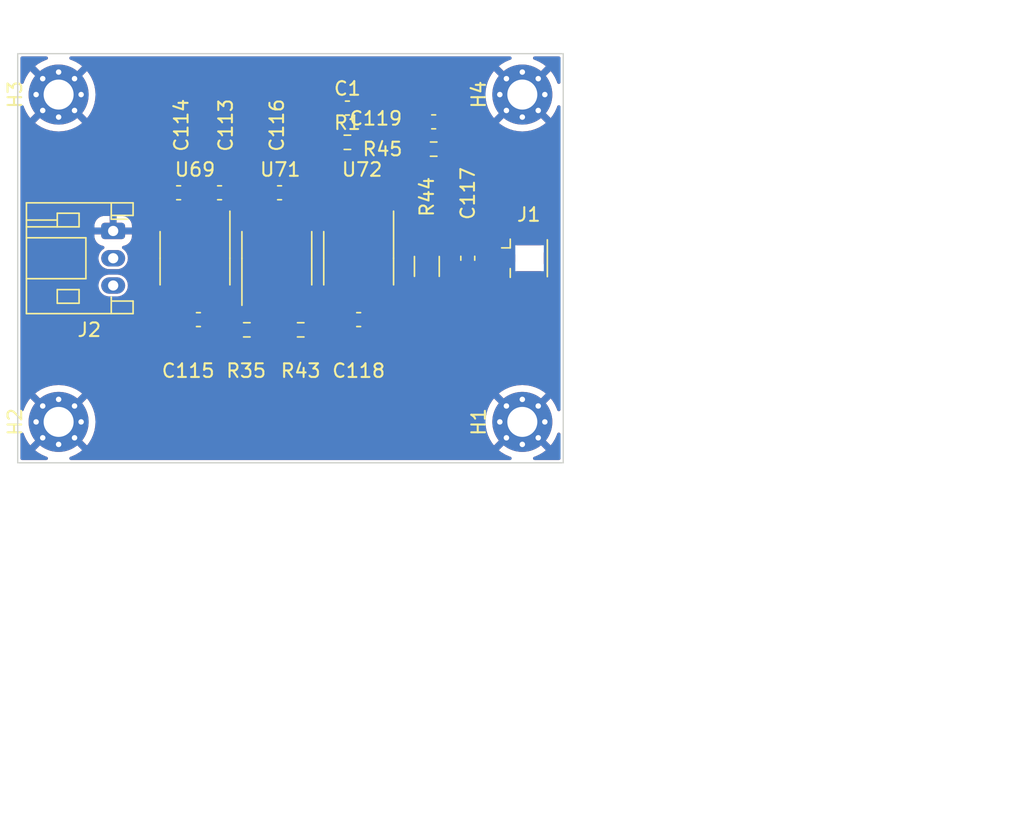
<source format=kicad_pcb>
(kicad_pcb (version 20221018) (generator pcbnew)
  (layers (0 "F.Cu" signal) (31 "B.Cu" signal) (34 "B.Paste" user) (35 "F.Paste" user) (36 "B.SilkS" user "B.Silkscreen") (37 "F.SilkS" user "F.Silkscreen") (38 "B.Mask" user) (39 "F.Mask" user) (44 "Edge.Cuts" user))
  (net 0 "")
  (net 1 "/GND")
  (net 2 "/REFGND_0.5V")
  (net 3 "Net-(U69-NR)")
  (net 4 "/IN-")
  (net 5 "/AMPO")
  (net 6 "/OUT")
  (net 7 "/ISRC_+IN_0.5V")
  (net 8 "/REF_10.5V")
  (net 17 "12V")
  (net 18 "5V")
  (net 19 "Net-(C119-Pad2)")
  (footprint "Resistor_SMD:R_0603_1608Metric" (layer "F.Cu") (at 186.8 100.25 180)
    (fp_text reference "R35" (at 0.05 -3) (layer "F.SilkS"))
    (fp_text value "10M")
    (fp_line (start -0.237258 -0.5225) (end 0.237258 -0.5225) (stroke (width 0.12)) (layer "F.SilkS"))
    (fp_line (start -0.237258 0.5225) (end 0.237258 0.5225) (stroke (width 0.12)) (layer "F.SilkS"))
    (pad "1" smd roundrect (at -0.825 0 180) (size 0.8 0.95) (layers "F.Cu" "F.Paste" "F.Mask") (net 7 "/ISRC_+IN_0.5V"))
    (pad "2" smd roundrect (at 0.825 0 180) (size 0.8 0.95) (layers "F.Cu" "F.Paste" "F.Mask") (net 8 "/REF_10.5V"))
  )
  (footprint "Package_SO:SOIC-8_3.9x4.9mm_P1.27mm" (layer "F.Cu") (at 189 95 90)
    (fp_text reference "U71" (at 6.5 0.25 180) (layer "F.SilkS"))
    (fp_text value "OPA277UA")
    (fp_line (start 0 -2.56) (end -3.45 -2.56) (stroke (width 0.12)) (layer "F.SilkS"))
    (fp_line (start 0 -2.56) (end 1.95 -2.56) (stroke (width 0.12)) (layer "F.SilkS"))
    (fp_line (start 0 2.56) (end -1.95 2.56) (stroke (width 0.12)) (layer "F.SilkS"))
    (fp_line (start 0 2.56) (end 1.95 2.56) (stroke (width 0.12)) (layer "F.SilkS"))
    (pad "1" smd roundrect (at -2.475 -1.905 90) (size 1.95 0.6) (layers "F.Cu" "F.Paste" "F.Mask"))
    (pad "2" smd roundrect (at -2.475 -0.635 90) (size 1.95 0.6) (layers "F.Cu" "F.Paste" "F.Mask") (net 2 "/REFGND_0.5V"))
    (pad "3" smd roundrect (at -2.475 0.635 90) (size 1.95 0.6) (layers "F.Cu" "F.Paste" "F.Mask") (net 7 "/ISRC_+IN_0.5V"))
    (pad "4" smd roundrect (at -2.475 1.905 90) (size 1.95 0.6) (layers "F.Cu" "F.Paste" "F.Mask") (net 1 "/GND"))
    (pad "5" smd roundrect (at 2.475 1.905 90) (size 1.95 0.6) (layers "F.Cu" "F.Paste" "F.Mask"))
    (pad "6" smd roundrect (at 2.475 0.635 90) (size 1.95 0.6) (layers "F.Cu" "F.Paste" "F.Mask") (net 2 "/REFGND_0.5V"))
    (pad "7" smd roundrect (at 2.475 -0.635 90) (size 1.95 0.6) (layers "F.Cu" "F.Paste" "F.Mask") (net 18 "5V"))
    (pad "8" smd roundrect (at 2.475 -1.905 90) (size 1.95 0.6) (layers "F.Cu" "F.Paste" "F.Mask"))
  )
  (footprint "MountingHole:MountingHole_2.2mm_M2_Pad_Via" (layer "F.Cu") (at 207 83 90)
    (fp_text reference "H4" (at 0 -3.2 90) (layer "F.SilkS"))
    (fp_text value "MountingHole_Pad")
    (pad "1" thru_hole circle (at -1.65 0 90) (size 0.7 0.7) (drill 0.4) (layers "*.Cu" "*.Mask") (net 1 "/GND"))
    (pad "1" thru_hole circle (at -1.166726 -1.166726 90) (size 0.7 0.7) (drill 0.4) (layers "*.Cu" "*.Mask") (net 1 "/GND"))
    (pad "1" thru_hole circle (at -1.166726 1.166726 90) (size 0.7 0.7) (drill 0.4) (layers "*.Cu" "*.Mask") (net 1 "/GND"))
    (pad "1" thru_hole circle (at 0 -1.65 90) (size 0.7 0.7) (drill 0.4) (layers "*.Cu" "*.Mask") (net 1 "/GND"))
    (pad "1" thru_hole circle (at 0 0 90) (size 4.4 4.4) (drill 2.2) (layers "*.Cu" "*.Mask") (net 1 "/GND"))
    (pad "1" thru_hole circle (at 0 1.65 90) (size 0.7 0.7) (drill 0.4) (layers "*.Cu" "*.Mask") (net 1 "/GND"))
    (pad "1" thru_hole circle (at 1.166726 -1.166726 90) (size 0.7 0.7) (drill 0.4) (layers "*.Cu" "*.Mask") (net 1 "/GND"))
    (pad "1" thru_hole circle (at 1.166726 1.166726 90) (size 0.7 0.7) (drill 0.4) (layers "*.Cu" "*.Mask") (net 1 "/GND"))
    (pad "1" thru_hole circle (at 1.65 0 90) (size 0.7 0.7) (drill 0.4) (layers "*.Cu" "*.Mask") (net 1 "/GND"))
  )
  (footprint "Resistor_SMD:R_0603_1608Metric" (layer "F.Cu") (at 200.5 87)
    (fp_text reference "R45" (at -3.75 0) (layer "F.SilkS"))
    (fp_text value "2K")
    (fp_line (start -0.237258 -0.5225) (end 0.237258 -0.5225) (stroke (width 0.12)) (layer "F.SilkS"))
    (fp_line (start -0.237258 0.5225) (end 0.237258 0.5225) (stroke (width 0.12)) (layer "F.SilkS"))
    (pad "1" smd roundrect (at -0.825 0) (size 0.8 0.95) (layers "F.Cu" "F.Paste" "F.Mask") (net 19 "Net-(C119-Pad2)"))
    (pad "2" smd roundrect (at 0.825 0) (size 0.8 0.95) (layers "F.Cu" "F.Paste" "F.Mask") (net 5 "/AMPO"))
  )
  (footprint "Capacitor_SMD:C_0603_1608Metric" (layer "F.Cu") (at 195 99.5 180)
    (fp_text reference "C118" (at 0 -3.75) (layer "F.SilkS"))
    (fp_text value "1µF")
    (fp_line (start -0.14058 -0.51) (end 0.14058 -0.51) (stroke (width 0.12)) (layer "F.SilkS"))
    (fp_line (start -0.14058 0.51) (end 0.14058 0.51) (stroke (width 0.12)) (layer "F.SilkS"))
    (pad "1" smd roundrect (at -0.775 0 180) (size 0.9 0.95) (layers "F.Cu" "F.Paste" "F.Mask") (net 1 "/GND"))
    (pad "2" smd roundrect (at 0.775 0 180) (size 0.9 0.95) (layers "F.Cu" "F.Paste" "F.Mask") (net 18 "5V"))
  )
  (footprint "Capacitor_SMD:C_0603_1608Metric" (layer "F.Cu") (at 184.8 90.2 180)
    (fp_text reference "C113" (at -0.45 4.95 90) (layer "F.SilkS"))
    (fp_text value "1uF")
    (fp_line (start -0.14058 -0.51) (end 0.14058 -0.51) (stroke (width 0.12)) (layer "F.SilkS"))
    (fp_line (start -0.14058 0.51) (end 0.14058 0.51) (stroke (width 0.12)) (layer "F.SilkS"))
    (pad "1" smd roundrect (at -0.775 0 180) (size 0.9 0.95) (layers "F.Cu" "F.Paste" "F.Mask") (net 1 "/GND"))
    (pad "2" smd roundrect (at 0.775 0 180) (size 0.9 0.95) (layers "F.Cu" "F.Paste" "F.Mask") (net 17 "12V"))
  )
  (footprint "Capacitor_SMD:C_0603_1608Metric" (layer "F.Cu") (at 183.25 99.5)
    (fp_text reference "C115" (at -0.75 3.75) (layer "F.SilkS"))
    (fp_text value "1uF")
    (fp_line (start -0.14058 -0.51) (end 0.14058 -0.51) (stroke (width 0.12)) (layer "F.SilkS"))
    (fp_line (start -0.14058 0.51) (end 0.14058 0.51) (stroke (width 0.12)) (layer "F.SilkS"))
    (pad "1" smd roundrect (at -0.775 0) (size 0.9 0.95) (layers "F.Cu" "F.Paste" "F.Mask") (net 1 "/GND"))
    (pad "2" smd roundrect (at 0.775 0) (size 0.9 0.95) (layers "F.Cu" "F.Paste" "F.Mask") (net 3 "Net-(U69-NR)"))
  )
  (footprint "Capacitor_SMD:C_0603_1608Metric" (layer "F.Cu") (at 200.5 85 180)
    (fp_text reference "C119" (at 4.25 0.25) (layer "F.SilkS"))
    (fp_text value "3.3uF")
    (fp_line (start -0.14058 -0.51) (end 0.14058 -0.51) (stroke (width 0.12)) (layer "F.SilkS"))
    (fp_line (start -0.14058 0.51) (end 0.14058 0.51) (stroke (width 0.12)) (layer "F.SilkS"))
    (pad "1" smd roundrect (at -0.775 0 180) (size 0.9 0.95) (layers "F.Cu" "F.Paste" "F.Mask") (net 1 "/GND"))
    (pad "2" smd roundrect (at 0.775 0 180) (size 0.9 0.95) (layers "F.Cu" "F.Paste" "F.Mask") (net 19 "Net-(C119-Pad2)"))
  )
  (footprint "Capacitor_SMD:C_0603_1608Metric" (layer "F.Cu") (at 181.8 90.2)
    (fp_text reference "C114" (at 0.2 -4.95 90) (layer "F.SilkS"))
    (fp_text value "1uF")
    (fp_line (start -0.14058 -0.51) (end 0.14058 -0.51) (stroke (width 0.12)) (layer "F.SilkS"))
    (fp_line (start -0.14058 0.51) (end 0.14058 0.51) (stroke (width 0.12)) (layer "F.SilkS"))
    (pad "1" smd roundrect (at -0.775 0) (size 0.9 0.95) (layers "F.Cu" "F.Paste" "F.Mask") (net 2 "/REFGND_0.5V"))
    (pad "2" smd roundrect (at 0.775 0) (size 0.9 0.95) (layers "F.Cu" "F.Paste" "F.Mask") (net 17 "12V"))
  )
  (footprint "Resistor_SMD:R_0603_1608Metric" (layer "F.Cu") (at 194.175 86.5)
    (fp_text reference "R1" (at 0 -1.43) (layer "F.SilkS"))
    (fp_text value "2K")
    (fp_line (start -0.237258 -0.5225) (end 0.237258 -0.5225) (stroke (width 0.12)) (layer "F.SilkS"))
    (fp_line (start -0.237258 0.5225) (end 0.237258 0.5225) (stroke (width 0.12)) (layer "F.SilkS"))
    (pad "1" smd roundrect (at -0.825 0) (size 0.8 0.95) (layers "F.Cu" "F.Paste" "F.Mask") (net 6 "/OUT"))
    (pad "2" smd roundrect (at 0.825 0) (size 0.8 0.95) (layers "F.Cu" "F.Paste" "F.Mask") (net 19 "Net-(C119-Pad2)"))
  )
  (footprint "MountingHole:MountingHole_2.2mm_M2_Pad_Via" (layer "F.Cu") (at 207 107 90)
    (fp_text reference "H1" (at 0 -3.2 90) (layer "F.SilkS"))
    (fp_text value "MountingHole_Pad")
    (pad "1" thru_hole circle (at -1.65 0 90) (size 0.7 0.7) (drill 0.4) (layers "*.Cu" "*.Mask") (net 1 "/GND"))
    (pad "1" thru_hole circle (at -1.166726 -1.166726 90) (size 0.7 0.7) (drill 0.4) (layers "*.Cu" "*.Mask") (net 1 "/GND"))
    (pad "1" thru_hole circle (at -1.166726 1.166726 90) (size 0.7 0.7) (drill 0.4) (layers "*.Cu" "*.Mask") (net 1 "/GND"))
    (pad "1" thru_hole circle (at 0 -1.65 90) (size 0.7 0.7) (drill 0.4) (layers "*.Cu" "*.Mask") (net 1 "/GND"))
    (pad "1" thru_hole circle (at 0 0 90) (size 4.4 4.4) (drill 2.2) (layers "*.Cu" "*.Mask") (net 1 "/GND"))
    (pad "1" thru_hole circle (at 0 1.65 90) (size 0.7 0.7) (drill 0.4) (layers "*.Cu" "*.Mask") (net 1 "/GND"))
    (pad "1" thru_hole circle (at 1.166726 -1.166726 90) (size 0.7 0.7) (drill 0.4) (layers "*.Cu" "*.Mask") (net 1 "/GND"))
    (pad "1" thru_hole circle (at 1.166726 1.166726 90) (size 0.7 0.7) (drill 0.4) (layers "*.Cu" "*.Mask") (net 1 "/GND"))
    (pad "1" thru_hole circle (at 1.65 0 90) (size 0.7 0.7) (drill 0.4) (layers "*.Cu" "*.Mask") (net 1 "/GND"))
  )
  (footprint "Capacitor_SMD:C_0603_1608Metric" (layer "F.Cu") (at 194.175 83.99)
    (fp_text reference "C1" (at 0 -1.43) (layer "F.SilkS"))
    (fp_text value "3.3uF")
    (fp_line (start -0.14058 -0.51) (end 0.14058 -0.51) (stroke (width 0.12)) (layer "F.SilkS"))
    (fp_line (start -0.14058 0.51) (end 0.14058 0.51) (stroke (width 0.12)) (layer "F.SilkS"))
    (pad "1" smd roundrect (at -0.775 0) (size 0.9 0.95) (layers "F.Cu" "F.Paste" "F.Mask") (net 1 "/GND"))
    (pad "2" smd roundrect (at 0.775 0) (size 0.9 0.95) (layers "F.Cu" "F.Paste" "F.Mask") (net 6 "/OUT"))
  )
  (footprint "MountingHole:MountingHole_2.2mm_M2_Pad_Via" (layer "F.Cu") (at 173 107 90)
    (fp_text reference "H2" (at 0 -3.2 90) (layer "F.SilkS"))
    (fp_text value "MountingHole_Pad")
    (pad "1" thru_hole circle (at -1.65 0 90) (size 0.7 0.7) (drill 0.4) (layers "*.Cu" "*.Mask") (net 1 "/GND"))
    (pad "1" thru_hole circle (at -1.166726 -1.166726 90) (size 0.7 0.7) (drill 0.4) (layers "*.Cu" "*.Mask") (net 1 "/GND"))
    (pad "1" thru_hole circle (at -1.166726 1.166726 90) (size 0.7 0.7) (drill 0.4) (layers "*.Cu" "*.Mask") (net 1 "/GND"))
    (pad "1" thru_hole circle (at 0 -1.65 90) (size 0.7 0.7) (drill 0.4) (layers "*.Cu" "*.Mask") (net 1 "/GND"))
    (pad "1" thru_hole circle (at 0 0 90) (size 4.4 4.4) (drill 2.2) (layers "*.Cu" "*.Mask") (net 1 "/GND"))
    (pad "1" thru_hole circle (at 0 1.65 90) (size 0.7 0.7) (drill 0.4) (layers "*.Cu" "*.Mask") (net 1 "/GND"))
    (pad "1" thru_hole circle (at 1.166726 -1.166726 90) (size 0.7 0.7) (drill 0.4) (layers "*.Cu" "*.Mask") (net 1 "/GND"))
    (pad "1" thru_hole circle (at 1.166726 1.166726 90) (size 0.7 0.7) (drill 0.4) (layers "*.Cu" "*.Mask") (net 1 "/GND"))
    (pad "1" thru_hole circle (at 1.65 0 90) (size 0.7 0.7) (drill 0.4) (layers "*.Cu" "*.Mask") (net 1 "/GND"))
  )
  (footprint "MountingHole:MountingHole_2.2mm_M2_Pad_Via" (layer "F.Cu") (at 173 83 90)
    (fp_text reference "H3" (at 0 -3.2 90) (layer "F.SilkS"))
    (fp_text value "MountingHole_Pad")
    (pad "1" thru_hole circle (at -1.65 0 90) (size 0.7 0.7) (drill 0.4) (layers "*.Cu" "*.Mask") (net 1 "/GND"))
    (pad "1" thru_hole circle (at -1.166726 -1.166726 90) (size 0.7 0.7) (drill 0.4) (layers "*.Cu" "*.Mask") (net 1 "/GND"))
    (pad "1" thru_hole circle (at -1.166726 1.166726 90) (size 0.7 0.7) (drill 0.4) (layers "*.Cu" "*.Mask") (net 1 "/GND"))
    (pad "1" thru_hole circle (at 0 -1.65 90) (size 0.7 0.7) (drill 0.4) (layers "*.Cu" "*.Mask") (net 1 "/GND"))
    (pad "1" thru_hole circle (at 0 0 90) (size 4.4 4.4) (drill 2.2) (layers "*.Cu" "*.Mask") (net 1 "/GND"))
    (pad "1" thru_hole circle (at 0 1.65 90) (size 0.7 0.7) (drill 0.4) (layers "*.Cu" "*.Mask") (net 1 "/GND"))
    (pad "1" thru_hole circle (at 1.166726 -1.166726 90) (size 0.7 0.7) (drill 0.4) (layers "*.Cu" "*.Mask") (net 1 "/GND"))
    (pad "1" thru_hole circle (at 1.166726 1.166726 90) (size 0.7 0.7) (drill 0.4) (layers "*.Cu" "*.Mask") (net 1 "/GND"))
    (pad "1" thru_hole circle (at 1.65 0 90) (size 0.7 0.7) (drill 0.4) (layers "*.Cu" "*.Mask") (net 1 "/GND"))
  )
  (footprint "Resistor_SMD:R_0603_1608Metric" (layer "F.Cu") (at 190.75 100.25 180)
    (fp_text reference "R43" (at 0 -3) (layer "F.SilkS"))
    (fp_text value "500K")
    (fp_line (start -0.237258 -0.5225) (end 0.237258 -0.5225) (stroke (width 0.12)) (layer "F.SilkS"))
    (fp_line (start -0.237258 0.5225) (end 0.237258 0.5225) (stroke (width 0.12)) (layer "F.SilkS"))
    (pad "1" smd roundrect (at -0.825 0 180) (size 0.8 0.95) (layers "F.Cu" "F.Paste" "F.Mask") (net 4 "/IN-"))
    (pad "2" smd roundrect (at 0.825 0 180) (size 0.8 0.95) (layers "F.Cu" "F.Paste" "F.Mask") (net 7 "/ISRC_+IN_0.5V"))
  )
  (footprint "Resistor_SMD:R_1206_3216Metric" (layer "F.Cu") (at 200 95.6 90)
    (fp_text reference "R44" (at 5.1 0 90) (layer "F.SilkS"))
    (fp_text value "R")
    (fp_line (start -0.727064 -0.91) (end 0.727064 -0.91) (stroke (width 0.12)) (layer "F.SilkS"))
    (fp_line (start -0.727064 0.91) (end 0.727064 0.91) (stroke (width 0.12)) (layer "F.SilkS"))
    (pad "1" smd roundrect (at -1.4625 0 90) (size 1.125 1.75) (layers "F.Cu" "F.Paste" "F.Mask") (roundrect_rratio 0.222222) (net 4 "/IN-"))
    (pad "2" smd roundrect (at 1.4625 0 90) (size 1.125 1.75) (layers "F.Cu" "F.Paste" "F.Mask") (roundrect_rratio 0.222222) (net 5 "/AMPO"))
  )
  (footprint "Package_SO:SOIC-8_3.9x4.9mm_P1.27mm" (layer "F.Cu") (at 183 95 -90)
    (fp_text reference "U69" (at -6.5 0 -180) (layer "F.SilkS"))
    (fp_text value "REF102CU")
    (fp_line (start 0 -2.56) (end -3.45 -2.56) (stroke (width 0.12)) (layer "F.SilkS"))
    (fp_line (start 0 -2.56) (end 1.95 -2.56) (stroke (width 0.12)) (layer "F.SilkS"))
    (fp_line (start 0 2.56) (end -1.95 2.56) (stroke (width 0.12)) (layer "F.SilkS"))
    (fp_line (start 0 2.56) (end 1.95 2.56) (stroke (width 0.12)) (layer "F.SilkS"))
    (pad "1" smd roundrect (at -2.475 -1.905 270) (size 1.95 0.6) (layers "F.Cu" "F.Paste" "F.Mask"))
    (pad "2" smd roundrect (at -2.475 -0.635 270) (size 1.95 0.6) (layers "F.Cu" "F.Paste" "F.Mask") (net 17 "12V"))
    (pad "3" smd roundrect (at -2.475 0.635 270) (size 1.95 0.6) (layers "F.Cu" "F.Paste" "F.Mask"))
    (pad "4" smd roundrect (at -2.475 1.905 270) (size 1.95 0.6) (layers "F.Cu" "F.Paste" "F.Mask") (net 2 "/REFGND_0.5V"))
    (pad "5" smd roundrect (at 2.475 1.905 270) (size 1.95 0.6) (layers "F.Cu" "F.Paste" "F.Mask"))
    (pad "6" smd roundrect (at 2.475 0.635 270) (size 1.95 0.6) (layers "F.Cu" "F.Paste" "F.Mask") (net 8 "/REF_10.5V"))
    (pad "7" smd roundrect (at 2.475 -0.635 270) (size 1.95 0.6) (layers "F.Cu" "F.Paste" "F.Mask"))
    (pad "8" smd roundrect (at 2.475 -1.905 270) (size 1.95 0.6) (layers "F.Cu" "F.Paste" "F.Mask") (net 3 "Net-(U69-NR)"))
  )
  (footprint "Capacitor_SMD:C_0603_1608Metric" (layer "F.Cu") (at 203 95 90)
    (fp_text reference "C117" (at 4.75 0 90) (layer "F.SilkS"))
    (fp_text value "22pF")
    (fp_line (start -0.14058 -0.51) (end 0.14058 -0.51) (stroke (width 0.12)) (layer "F.SilkS"))
    (fp_line (start -0.14058 0.51) (end 0.14058 0.51) (stroke (width 0.12)) (layer "F.SilkS"))
    (pad "1" smd roundrect (at -0.775 0 90) (size 0.9 0.95) (layers "F.Cu" "F.Paste" "F.Mask") (net 4 "/IN-"))
    (pad "2" smd roundrect (at 0.775 0 90) (size 0.9 0.95) (layers "F.Cu" "F.Paste" "F.Mask") (net 5 "/AMPO"))
  )
  (footprint "Package_SO:SOIC-8_3.9x4.9mm_P1.27mm" (layer "F.Cu") (at 195 95 -90)
    (fp_text reference "U72" (at -6.5 -0.25 -180) (layer "F.SilkS"))
    (fp_text value "LMP7721MA")
    (fp_line (start 0 -2.56) (end -3.45 -2.56) (stroke (width 0.12)) (layer "F.SilkS"))
    (fp_line (start 0 -2.56) (end 1.95 -2.56) (stroke (width 0.12)) (layer "F.SilkS"))
    (fp_line (start 0 2.56) (end -1.95 2.56) (stroke (width 0.12)) (layer "F.SilkS"))
    (fp_line (start 0 2.56) (end 1.95 2.56) (stroke (width 0.12)) (layer "F.SilkS"))
    (pad "1" smd roundrect (at -2.475 -1.905 270) (size 1.95 0.6) (layers "F.Cu" "F.Paste" "F.Mask") (net 1 "/GND"))
    (pad "2" smd roundrect (at -2.475 -0.635 270) (size 1.95 0.6) (layers "F.Cu" "F.Paste" "F.Mask") (net 1 "/GND"))
    (pad "3" smd roundrect (at -2.475 0.635 270) (size 1.95 0.6) (layers "F.Cu" "F.Paste" "F.Mask") (net 1 "/GND"))
    (pad "4" smd roundrect (at -2.475 1.905 270) (size 1.95 0.6) (layers "F.Cu" "F.Paste" "F.Mask") (net 5 "/AMPO"))
    (pad "5" smd roundrect (at 2.475 1.905 270) (size 1.95 0.6) (layers "F.Cu" "F.Paste" "F.Mask"))
    (pad "6" smd roundrect (at 2.475 0.635 270) (size 1.95 0.6) (layers "F.Cu" "F.Paste" "F.Mask") (net 18 "5V"))
    (pad "7" smd roundrect (at 2.475 -0.635 270) (size 1.95 0.6) (layers "F.Cu" "F.Paste" "F.Mask") (net 1 "/GND"))
    (pad "8" smd roundrect (at 2.475 -1.905 270) (size 1.95 0.6) (layers "F.Cu" "F.Paste" "F.Mask") (net 4 "/IN-"))
  )
  (footprint "Connector_JST:JST_PH_S3B-PH-K_1x03_P2.00mm_Horizontal" (layer "F.Cu") (at 177 93 -90)
    (fp_text reference "J2" (at 7.25 1.75) (layer "F.SilkS"))
    (fp_text value "Conn_01x03_Socket")
    (fp_line (start -2.06 -1.46) (end -2.06 6.36) (stroke (width 0.12)) (layer "F.SilkS"))
    (fp_line (start -2.06 0.14) (end -1.14 0.14) (stroke (width 0.12)) (layer "F.SilkS"))
    (fp_line (start -2.06 6.36) (end 6.06 6.36) (stroke (width 0.12)) (layer "F.SilkS"))
    (fp_line (start -1.3 2.5) (end -1.3 4.1) (stroke (width 0.12)) (layer "F.SilkS"))
    (fp_line (start -1.3 4.1) (end -0.3 4.1) (stroke (width 0.12)) (layer "F.SilkS"))
    (fp_line (start -1.14 -1.46) (end -2.06 -1.46) (stroke (width 0.12)) (layer "F.SilkS"))
    (fp_line (start -1.14 0.14) (end -1.14 -1.46) (stroke (width 0.12)) (layer "F.SilkS"))
    (fp_line (start -0.86 0.14) (end -1.14 0.14) (stroke (width 0.12)) (layer "F.SilkS"))
    (fp_line (start -0.86 0.14) (end -0.86 -1.075) (stroke (width 0.12)) (layer "F.SilkS"))
    (fp_line (start -0.8 4.1) (end -0.8 6.36) (stroke (width 0.12)) (layer "F.SilkS"))
    (fp_line (start -0.3 2.5) (end -1.3 2.5) (stroke (width 0.12)) (layer "F.SilkS"))
    (fp_line (start -0.3 4.1) (end -0.3 2.5) (stroke (width 0.12)) (layer "F.SilkS"))
    (fp_line (start -0.3 4.1) (end -0.3 6.36) (stroke (width 0.12)) (layer "F.SilkS"))
    (fp_line (start 0.5 2) (end 3.5 2) (stroke (width 0.12)) (layer "F.SilkS"))
    (fp_line (start 0.5 6.36) (end 0.5 2) (stroke (width 0.12)) (layer "F.SilkS"))
    (fp_line (start 3.5 2) (end 3.5 6.36) (stroke (width 0.12)) (layer "F.SilkS"))
    (fp_line (start 4.3 2.5) (end 5.3 2.5) (stroke (width 0.12)) (layer "F.SilkS"))
    (fp_line (start 4.3 4.1) (end 4.3 2.5) (stroke (width 0.12)) (layer "F.SilkS"))
    (fp_line (start 5.14 -1.46) (end 5.14 0.14) (stroke (width 0.12)) (layer "F.SilkS"))
    (fp_line (start 5.14 0.14) (end 4.86 0.14) (stroke (width 0.12)) (layer "F.SilkS"))
    (fp_line (start 5.3 2.5) (end 5.3 4.1) (stroke (width 0.12)) (layer "F.SilkS"))
    (fp_line (start 5.3 4.1) (end 4.3 4.1) (stroke (width 0.12)) (layer "F.SilkS"))
    (fp_line (start 6.06 -1.46) (end 5.14 -1.46) (stroke (width 0.12)) (layer "F.SilkS"))
    (fp_line (start 6.06 0.14) (end 5.14 0.14) (stroke (width 0.12)) (layer "F.SilkS"))
    (fp_line (start 6.06 6.36) (end 6.06 -1.46) (stroke (width 0.12)) (layer "F.SilkS"))
    (pad "1" thru_hole roundrect (at 0 0 270) (size 1.2 1.75) (drill 0.75) (layers "*.Cu" "*.Mask") (roundrect_rratio 0.208333) (net 1 "/GND"))
    (pad "2" thru_hole oval (at 2 0 270) (size 1.2 1.75) (drill 0.75) (layers "*.Cu" "*.Mask") (net 18 "5V"))
    (pad "3" thru_hole oval (at 4 0 270) (size 1.2 1.75) (drill 0.75) (layers "*.Cu" "*.Mask") (net 17 "12V"))
  )
  (footprint "Capacitor_SMD:C_0603_1608Metric" (layer "F.Cu") (at 189.2 90.2 180)
    (fp_text reference "C116" (at 0.2 4.95 90) (layer "F.SilkS"))
    (fp_text value "1uF")
    (fp_line (start -0.14058 -0.51) (end 0.14058 -0.51) (stroke (width 0.12)) (layer "F.SilkS"))
    (fp_line (start -0.14058 0.51) (end 0.14058 0.51) (stroke (width 0.12)) (layer "F.SilkS"))
    (pad "1" smd roundrect (at -0.775 0 180) (size 0.9 0.95) (layers "F.Cu" "F.Paste" "F.Mask") (net 1 "/GND"))
    (pad "2" smd roundrect (at 0.775 0 180) (size 0.9 0.95) (layers "F.Cu" "F.Paste" "F.Mask") (net 18 "5V"))
  )
  (footprint "Connector_Coaxial:U.FL_Hirose_U.FL-R-SMT-1_Vertical" (layer "F.Cu") (at 207 95)
    (fp_text reference "J1" (at 0.475 -3.2) (layer "F.SilkS"))
    (fp_text value "Conn_01x02_Socket")
    (fp_line (start -0.885 -1.4) (end -0.885 -0.76) (stroke (width 0.12)) (layer "F.SilkS"))
    (fp_line (start -0.885 -0.76) (end -1.515 -0.76) (stroke (width 0.12)) (layer "F.SilkS"))
    (fp_line (start -0.885 1.4) (end -0.885 0.76) (stroke (width 0.12)) (layer "F.SilkS"))
    (fp_line (start 1.835 -1.35) (end 1.835 1.35) (stroke (width 0.12)) (layer "F.SilkS"))
    (pad "1" smd roundrect (at -1.05 0) (size 1.05 1) (layers "F.Cu" "F.Paste" "F.Mask") (net 4 "/IN-"))
    (pad "2" smd roundrect (at 0.475 -1.475) (size 2.2 1.05) (layers "F.Cu" "F.Paste" "F.Mask") (roundrect_rratio 0.2380952381) (net 1 "/GND"))
    (pad "2" smd roundrect (at 0.475 1.475) (size 2.2 1.05) (layers "F.Cu" "F.Paste" "F.Mask") (roundrect_rratio 0.2380952381) (net 1 "/GND"))
    (zone (net 0) (net_name "") (layers "*.Cu") (connect_pads (clearance 0)) (min_thickness 0.25)
      (keepout (tracks not_allowed) (vias not_allowed) (pads not_allowed) (copperpour not_allowed) (footprints allowed))
      (fill (thermal_gap 0.5) (thermal_bridge_width 0.5))
      (polygon (pts (xy 208.575 94.05) (xy 206.485 94.05) (xy 206.485 95.95) (xy 208.575 95.95)))
    )
  )
  (gr_rect (start 170 80) (end 210 110) (stroke (width 0.1)) (fill none) (layer "Edge.Cuts"))
  (segment (start 195.635 99.36) (end 195.775 99.5) (width 0.25) (layer "F.Cu") (net 1))
  (segment (start 195.635 97.475) (end 195.635 99.36) (width 0.25) (layer "F.Cu") (net 1))
  (segment (start 181.095 90.27) (end 181.025 90.2) (width 0.25) (layer "F.Cu") (net 2))
  (segment (start 188.4 94.6) (end 189 94.6) (width 0.25) (layer "F.Cu") (net 2))
  (segment (start 186 94.6) (end 188.4 94.6) (width 0.25) (layer "F.Cu") (net 2))
  (segment (start 188.365 97.475) (end 188.365 94.635) (width 0.25) (layer "F.Cu") (net 2))
  (segment (start 181.095 92.525) (end 181.095 93.695) (width 0.25) (layer "F.Cu") (net 2))
  (segment (start 189 94.6) (end 189.635 93.965) (width 0.25) (layer "F.Cu") (net 2))
  (segment (start 182 94.6) (end 186 94.6) (width 0.25) (layer "F.Cu") (net 2))
  (segment (start 181.095 92.525) (end 181.095 90.27) (width 0.25) (layer "F.Cu") (net 2))
  (segment (start 188.365 94.635) (end 188.4 94.6) (width 0.25) (layer "F.Cu") (net 2))
  (segment (start 181.095 93.695) (end 182 94.6) (width 0.25) (layer "F.Cu") (net 2))
  (segment (start 189.635 93.965) (end 189.635 92.525) (width 0.25) (layer "F.Cu") (net 2))
  (segment (start 184.905 97.475) (end 184.905 98.62) (width 0.25) (layer "F.Cu") (net 3))
  (segment (start 184.905 98.62) (end 184.025 99.5) (width 0.25) (layer "F.Cu") (net 3))
  (segment (start 205 95) (end 205.95 95) (width 0.25) (layer "F.Cu") (net 4))
  (segment (start 200 97.0625) (end 197.3175 97.0625) (width 0.25) (layer "F.Cu") (net 4))
  (segment (start 204.225 95.775) (end 205 95) (width 0.25) (layer "F.Cu") (net 4))
  (segment (start 196.905 96.405) (end 196.905 97.475) (width 0.25) (layer "F.Cu") (net 4))
  (segment (start 200 97.0625) (end 201.7125 97.0625) (width 0.25) (layer "F.Cu") (net 4))
  (segment (start 192 96) (end 192.5 95.5) (width 0.25) (layer "F.Cu") (net 4))
  (segment (start 196 95.5) (end 196.905 96.405) (width 0.25) (layer "F.Cu") (net 4))
  (segment (start 192 99.825) (end 192 96) (width 0.25) (layer "F.Cu") (net 4))
  (segment (start 197.3175 97.0625) (end 196.905 97.475) (width 0.25) (layer "F.Cu") (net 4))
  (segment (start 191.575 100.25) (end 192 99.825) (width 0.25) (layer "F.Cu") (net 4))
  (segment (start 203 95.775) (end 204.225 95.775) (width 0.25) (layer "F.Cu") (net 4))
  (segment (start 201.7125 97.0625) (end 203 95.775) (width 0.25) (layer "F.Cu") (net 4))
  (segment (start 192.5 95.5) (end 196 95.5) (width 0.25) (layer "F.Cu") (net 4))
  (segment (start 200 94.1375) (end 202.9125 94.1375) (width 0.25) (layer "F.Cu") (net 5))
  (segment (start 193.095 92.525) (end 193.095 93.845) (width 0.25) (layer "F.Cu") (net 5))
  (segment (start 202.9125 94.1375) (end 203 94.225) (width 0.25) (layer "F.Cu") (net 5))
  (segment (start 193.095 93.845) (end 193.5 94.25) (width 0.25) (layer "F.Cu") (net 5))
  (segment (start 199.8875 94.25) (end 200 94.1375) (width 0.25) (layer "F.Cu") (net 5))
  (segment (start 193.5 94.25) (end 199.8875 94.25) (width 0.25) (layer "F.Cu") (net 5))
  (segment (start 189.635 97.475) (end 189.635 99.96) (width 0.25) (layer "F.Cu") (net 7))
  (segment (start 189.635 99.96) (end 189.925 100.25) (width 0.25) (layer "F.Cu") (net 7))
  (segment (start 189.925 100.25) (end 187.625 100.25) (width 0.25) (layer "F.Cu") (net 7))
  (segment (start 182.8 95.4) (end 182.365 95.835) (width 0.25) (layer "F.Cu") (net 8))
  (segment (start 185.975 95.975) (end 185.4 95.4) (width 0.25) (layer "F.Cu") (net 8))
  (segment (start 185.4 95.4) (end 182.8 95.4) (width 0.25) (layer "F.Cu") (net 8))
  (segment (start 185.975 100.25) (end 185.975 95.975) (width 0.25) (layer "F.Cu") (net 8))
  (segment (start 182.365 95.835) (end 182.365 97.475) (width 0.25) (layer "F.Cu") (net 8))
  (segment (start 183.635 90.59) (end 184.025 90.2) (width 0.25) (layer "F.Cu") (net 17))
  (segment (start 183.635 92.525) (end 183.635 90.59) (width 0.25) (layer "F.Cu") (net 17))
  (segment (start 182.575 90.2) (end 184.025 90.2) (width 0.25) (layer "F.Cu") (net 17))
  (segment (start 188.365 92.525) (end 188.365 90.26) (width 0.25) (layer "F.Cu") (net 18))
  (segment (start 194.365 99.36) (end 194.225 99.5) (width 0.25) (layer "F.Cu") (net 18))
  (segment (start 194.365 97.475) (end 194.365 99.36) (width 0.25) (layer "F.Cu") (net 18))
  (segment (start 188.365 90.26) (end 188.425 90.2) (width 0.25) (layer "F.Cu") (net 18))
  (zone (net 1) (net_name "/GND") (layers "F&B.Cu") (connect_pads (clearance 0)) (min_thickness 0.25) (fill yes (thermal_gap 0.5) (thermal_bridge_width 0.5))
    (polygon (pts (xy 170 80) (xy 210 80) (xy 210 110) (xy 170 110)))
  )
  (zone (net 0) (net_name "") (layers "F.Cu" "F.Mask") (name "SignalArea") (connect_pads (clearance 0)) (min_thickness 0.25)
    (keepout (tracks allowed) (vias allowed) (pads allowed) (copperpour not_allowed) (footprints allowed))
    (fill (thermal_gap 0.5) (thermal_bridge_width 0.5))
    (polygon (pts (xy 206.5 92.25) (xy 206.5 99.25) (xy 194 99.25) (xy 194 102.25) (xy 183.25 102.25) (xy 183.25 99) (xy 179.75 99) (xy 179.75 92.25)))
  )
)
</source>
